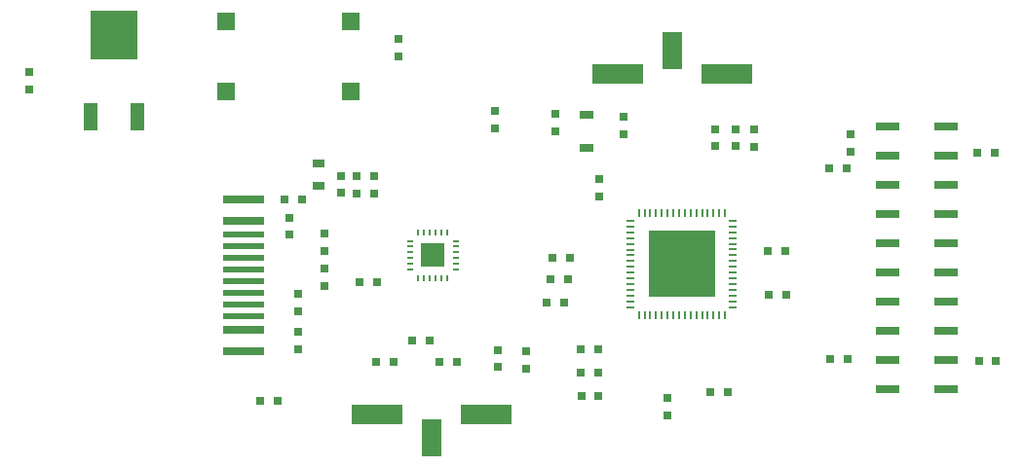
<source format=gtp>
G04 (created by PCBNEW (2013-08-24 BZR 4298)-stable) date Fri 06 Dec 2013 09:15:41 PM PST*
%MOIN*%
G04 Gerber Fmt 3.4, Leading zero omitted, Abs format*
%FSLAX34Y34*%
G01*
G70*
G90*
G04 APERTURE LIST*
%ADD10C,0.005906*%
%ADD11R,0.031520X0.028320*%
%ADD12R,0.028320X0.031520*%
%ADD13R,0.048000X0.096000*%
%ADD14R,0.160000X0.168000*%
%ADD15R,0.044000X0.028000*%
%ADD16R,0.047280X0.031520*%
%ADD17R,0.048800X0.031520*%
%ADD18R,0.080000X0.031200*%
%ADD19R,0.078720X0.078720*%
%ADD20O,0.007840X0.025200*%
%ADD21O,0.025200X0.007840*%
%ADD22R,0.176378X0.066142*%
%ADD23R,0.066142X0.125984*%
%ADD24R,0.144882X0.025512*%
%ADD25R,0.144882X0.019213*%
%ADD26R,0.062960X0.062960*%
%ADD27R,0.007874X0.026772*%
%ADD28R,0.026772X0.007874*%
%ADD29R,0.225197X0.225197*%
G04 APERTURE END LIST*
G54D10*
G54D11*
X21720Y-41323D03*
X21720Y-40731D03*
G54D12*
X22130Y-40106D03*
X21538Y-40106D03*
X36105Y-46692D03*
X36697Y-46692D03*
X21307Y-47019D03*
X20715Y-47019D03*
G54D11*
X22019Y-44633D03*
X22019Y-45225D03*
X22000Y-43945D03*
X22000Y-43353D03*
X22905Y-42475D03*
X22905Y-43067D03*
X22897Y-41862D03*
X22897Y-41270D03*
G54D12*
X31107Y-43633D03*
X30515Y-43633D03*
X31240Y-42854D03*
X30648Y-42854D03*
X31299Y-42106D03*
X30707Y-42106D03*
X25924Y-44940D03*
X26516Y-44940D03*
X32292Y-46830D03*
X31700Y-46830D03*
X32276Y-46035D03*
X31684Y-46035D03*
X32280Y-45232D03*
X31688Y-45232D03*
G54D11*
X36988Y-37692D03*
X36988Y-38284D03*
X36279Y-37696D03*
X36279Y-38288D03*
X33129Y-37282D03*
X33129Y-37874D03*
X37610Y-37707D03*
X37610Y-38299D03*
X30826Y-37184D03*
X30826Y-37776D03*
G54D12*
X38685Y-41889D03*
X38093Y-41889D03*
G54D11*
X32318Y-39400D03*
X32318Y-39992D03*
G54D12*
X38705Y-43358D03*
X38113Y-43358D03*
G54D11*
X12803Y-36331D03*
X12803Y-35739D03*
X34641Y-47504D03*
X34641Y-46912D03*
X25448Y-35197D03*
X25448Y-34605D03*
X24023Y-39302D03*
X24023Y-39894D03*
X24610Y-39322D03*
X24610Y-39914D03*
G54D12*
X24684Y-45688D03*
X25276Y-45688D03*
X27441Y-45681D03*
X26849Y-45681D03*
G54D11*
X29803Y-45906D03*
X29803Y-45314D03*
G54D13*
X14904Y-37285D03*
X16504Y-37285D03*
G54D14*
X15704Y-34485D03*
G54D15*
X22708Y-38888D03*
X22708Y-39638D03*
G54D16*
X31883Y-38351D03*
G54D17*
X31887Y-37199D03*
G54D18*
X42185Y-37606D03*
X44185Y-37606D03*
X42185Y-40606D03*
X44185Y-39606D03*
X44185Y-38606D03*
X42185Y-38606D03*
X42185Y-39606D03*
X42185Y-41606D03*
X44185Y-40606D03*
X44185Y-41606D03*
X44185Y-42606D03*
X44185Y-46606D03*
X44185Y-45606D03*
X44185Y-44606D03*
X44185Y-43606D03*
X42185Y-42606D03*
X42185Y-43606D03*
X42185Y-44606D03*
X42185Y-45606D03*
X42185Y-46606D03*
G54D12*
X24105Y-42925D03*
X24697Y-42925D03*
G54D19*
X26618Y-42019D03*
G54D20*
X26126Y-42806D03*
X26323Y-42806D03*
X26520Y-42806D03*
X26716Y-42806D03*
X26913Y-42806D03*
X27110Y-42806D03*
G54D21*
X27405Y-42511D03*
X27405Y-42314D03*
X27405Y-42117D03*
X27405Y-41921D03*
X27405Y-41724D03*
X27405Y-41527D03*
G54D20*
X27110Y-41232D03*
X26913Y-41232D03*
X26716Y-41232D03*
X26520Y-41232D03*
X26323Y-41232D03*
X26126Y-41232D03*
G54D21*
X25831Y-41527D03*
X25831Y-41724D03*
X25831Y-41921D03*
X25831Y-42117D03*
X25831Y-42314D03*
X25831Y-42511D03*
G54D22*
X32933Y-35807D03*
X36673Y-35807D03*
G54D23*
X34803Y-35019D03*
G54D22*
X28444Y-47476D03*
X24704Y-47476D03*
G54D23*
X26574Y-48263D03*
G54D24*
X20137Y-40102D03*
X20137Y-40826D03*
G54D25*
X20137Y-41299D03*
X20137Y-41700D03*
X20137Y-42503D03*
X20137Y-44102D03*
X20137Y-43299D03*
G54D24*
X20137Y-45299D03*
X20137Y-44574D03*
G54D25*
X20137Y-42901D03*
X20137Y-43700D03*
X20137Y-42102D03*
G54D11*
X28830Y-45851D03*
X28830Y-45259D03*
X23464Y-39294D03*
X23464Y-39886D03*
X28740Y-37089D03*
X28740Y-37681D03*
G54D26*
X23822Y-34019D03*
X23822Y-36421D03*
X19560Y-34019D03*
X19560Y-36421D03*
G54D12*
X40796Y-45586D03*
X40204Y-45586D03*
X45294Y-45625D03*
X45886Y-45625D03*
G54D11*
X40909Y-38465D03*
X40909Y-37873D03*
G54D12*
X45251Y-38511D03*
X45843Y-38511D03*
G54D27*
X36421Y-44070D03*
X36618Y-44070D03*
X35240Y-44070D03*
X35437Y-44070D03*
X35830Y-44070D03*
X35633Y-44070D03*
X36224Y-44070D03*
X36027Y-44070D03*
X34452Y-44070D03*
X34649Y-44070D03*
X35043Y-44070D03*
X34846Y-44070D03*
X34059Y-44070D03*
X34255Y-44070D03*
X33862Y-44070D03*
X33665Y-44070D03*
G54D28*
X33389Y-43795D03*
X33389Y-43598D03*
X33389Y-43204D03*
X33389Y-43401D03*
X33389Y-42614D03*
X33389Y-42417D03*
X33389Y-42811D03*
X33389Y-43007D03*
X33389Y-41433D03*
X33389Y-41236D03*
X33389Y-41826D03*
X33389Y-41629D03*
X33389Y-42023D03*
X33389Y-42220D03*
X33389Y-40842D03*
X33389Y-41039D03*
G54D27*
X33665Y-40566D03*
X33862Y-40566D03*
X34255Y-40566D03*
X34059Y-40566D03*
X34846Y-40566D03*
X35043Y-40566D03*
X34649Y-40566D03*
X34452Y-40566D03*
X36027Y-40566D03*
X36224Y-40566D03*
X35633Y-40566D03*
X35830Y-40566D03*
X35437Y-40566D03*
X35240Y-40566D03*
X36618Y-40566D03*
X36421Y-40566D03*
G54D28*
X36893Y-41039D03*
X36893Y-40842D03*
X36893Y-42220D03*
X36893Y-42023D03*
X36893Y-41629D03*
X36893Y-41818D03*
X36893Y-41236D03*
X36893Y-41433D03*
X36893Y-43007D03*
X36893Y-42811D03*
X36893Y-42417D03*
X36893Y-42614D03*
X36893Y-43401D03*
X36893Y-43204D03*
X36893Y-43598D03*
X36893Y-43795D03*
G54D29*
X35141Y-42318D03*
G54D12*
X40172Y-39051D03*
X40764Y-39051D03*
M02*

</source>
